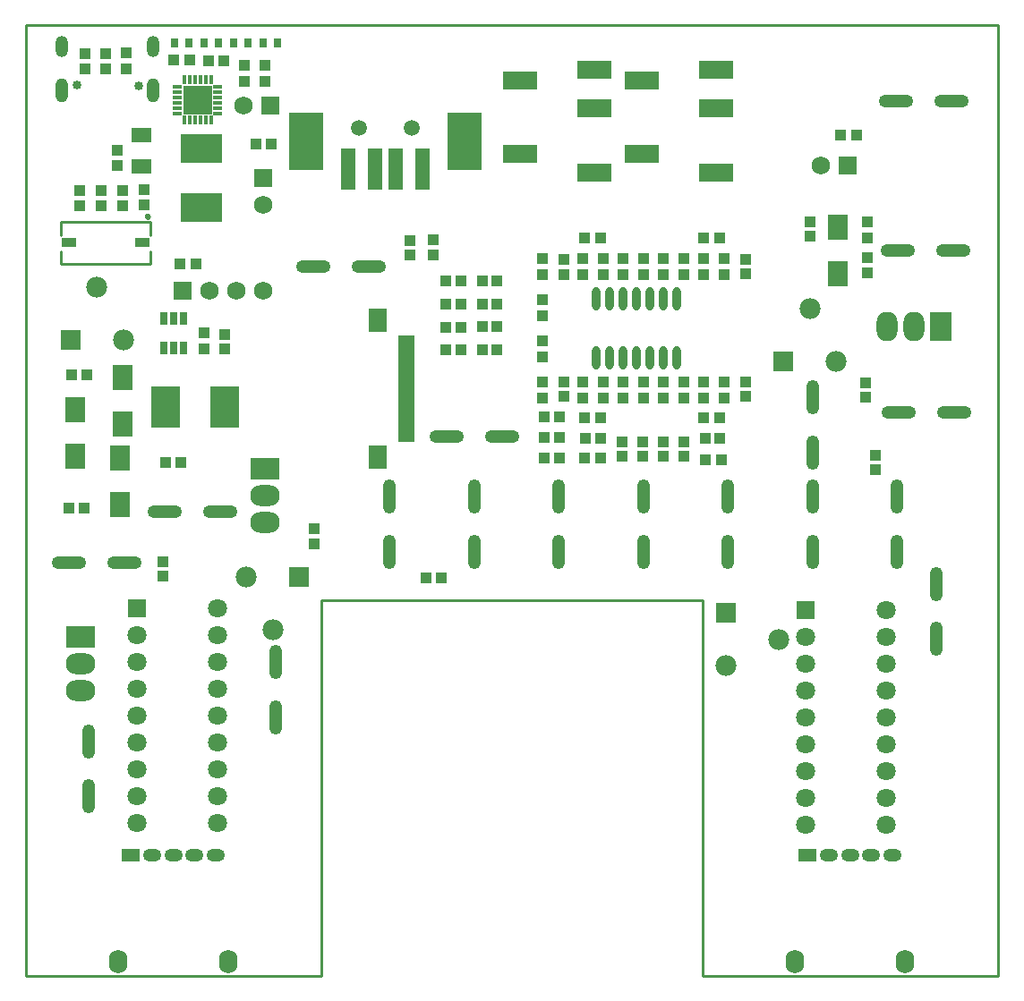
<source format=gts>
G04*
G04 #@! TF.GenerationSoftware,Altium Limited,Altium Designer,20.2.6 (244)*
G04*
G04 Layer_Color=8388736*
%FSLAX24Y24*%
%MOIN*%
G70*
G04*
G04 #@! TF.SameCoordinates,FA5C595E-BAF6-4CA8-81BB-533EFFED9D24*
G04*
G04*
G04 #@! TF.FilePolarity,Negative*
G04*
G01*
G75*
%ADD11C,0.0100*%
%ADD42R,0.1084X0.1084*%
%ADD43R,0.0322X0.0170*%
%ADD44R,0.0170X0.0322*%
%ADD45R,0.1261X0.2167*%
%ADD46R,0.0552X0.1576*%
%ADD47O,0.1280X0.0480*%
%ADD48O,0.0480X0.1280*%
%ADD49R,0.1280X0.0680*%
%ADD50R,0.0395X0.0434*%
%ADD51R,0.0434X0.0395*%
%ADD52R,0.0420X0.0398*%
%ADD53R,0.0280X0.0380*%
%ADD54R,0.0398X0.0420*%
%ADD55R,0.0749X0.0940*%
%ADD56R,0.0580X0.0380*%
%ADD57R,0.1576X0.1064*%
%ADD58R,0.0750X0.0555*%
%ADD59R,0.1064X0.1576*%
%ADD60R,0.0297X0.0474*%
%ADD61R,0.0592X0.0198*%
%ADD62R,0.0710X0.0867*%
%ADD63O,0.0306X0.0882*%
%ADD64C,0.0336*%
%ADD65O,0.0474X0.0907*%
%ADD66O,0.0474X0.0789*%
%ADD67C,0.0592*%
%ADD68C,0.0710*%
%ADD69R,0.0710X0.0710*%
%ADD70C,0.0780*%
%ADD71R,0.0780X0.0780*%
%ADD72R,0.0780X0.0780*%
%ADD73O,0.0680X0.0880*%
%ADD74O,0.0680X0.0480*%
%ADD75R,0.0680X0.0480*%
%ADD76O,0.0789X0.1104*%
%ADD77R,0.0789X0.1104*%
%ADD78R,0.0680X0.0680*%
%ADD79C,0.0680*%
%ADD80O,0.1104X0.0789*%
%ADD81R,0.1104X0.0789*%
%ADD82R,0.0680X0.0680*%
D11*
X20921Y34850D02*
G03*
X20921Y34850I-71J0D01*
G01*
X41520Y6570D02*
Y20570D01*
X27300D02*
X41520D01*
X17600Y34650D02*
X20950D01*
X17600Y33100D02*
X20950D01*
X17600Y33125D02*
Y33575D01*
Y34175D02*
Y34625D01*
X20950Y34175D02*
Y34625D01*
Y33125D02*
Y33575D01*
X27300Y6570D02*
Y20570D01*
X41520Y6570D02*
X52520D01*
X16300D02*
X27300D01*
X16300D02*
Y42000D01*
X52520Y6570D02*
Y42000D01*
X16300D02*
X52520D01*
D42*
X22700Y39200D02*
D03*
D43*
X23451Y39692D02*
D03*
Y39495D02*
D03*
Y39298D02*
D03*
Y39102D02*
D03*
Y38905D02*
D03*
Y38708D02*
D03*
X21949D02*
D03*
Y38905D02*
D03*
Y39102D02*
D03*
Y39298D02*
D03*
Y39495D02*
D03*
Y39692D02*
D03*
D44*
X23192Y38449D02*
D03*
X22995D02*
D03*
X22798D02*
D03*
X22602D02*
D03*
X22405D02*
D03*
X22208D02*
D03*
Y39951D02*
D03*
X22405D02*
D03*
X22602D02*
D03*
X22798D02*
D03*
X22995D02*
D03*
X23192D02*
D03*
D45*
X26731Y37657D02*
D03*
X32637Y37657D02*
D03*
D46*
X31064Y36633D02*
D03*
X30080D02*
D03*
X29292D02*
D03*
X28308Y36633D02*
D03*
D47*
X50830Y33600D02*
D03*
X48770D02*
D03*
X48820Y27550D02*
D03*
X50880D02*
D03*
X48700Y39150D02*
D03*
X50760D02*
D03*
X27020Y33000D02*
D03*
X29080D02*
D03*
X17920Y21950D02*
D03*
X19980D02*
D03*
X23530Y23850D02*
D03*
X21470D02*
D03*
X31970Y26650D02*
D03*
X34030D02*
D03*
D48*
X25600Y16190D02*
D03*
Y18250D02*
D03*
X50200Y19120D02*
D03*
Y21180D02*
D03*
X39300Y24430D02*
D03*
Y22370D02*
D03*
X42450Y24430D02*
D03*
Y22370D02*
D03*
X36150D02*
D03*
Y24430D02*
D03*
X45600D02*
D03*
Y22370D02*
D03*
X48750Y24430D02*
D03*
Y22370D02*
D03*
X33000D02*
D03*
Y24430D02*
D03*
X18650Y13250D02*
D03*
Y15310D02*
D03*
X29850Y24430D02*
D03*
Y22370D02*
D03*
X45600Y28130D02*
D03*
Y26070D02*
D03*
D49*
X42000Y40333D02*
D03*
X39250Y39934D02*
D03*
X42000Y38914D02*
D03*
Y36514D02*
D03*
X39250Y37183D02*
D03*
X34725D02*
D03*
X37475Y36514D02*
D03*
Y38914D02*
D03*
X34725Y39934D02*
D03*
X37475Y40333D02*
D03*
D50*
X32507Y30744D02*
D03*
X31956D02*
D03*
X31950Y29894D02*
D03*
X32501D02*
D03*
X31776Y21400D02*
D03*
X31224D02*
D03*
X25426Y37550D02*
D03*
X24874D02*
D03*
X23124Y40650D02*
D03*
X23676D02*
D03*
X18576Y28950D02*
D03*
X18024D02*
D03*
X17924Y24000D02*
D03*
X18476D02*
D03*
X21524Y25700D02*
D03*
X22076D02*
D03*
X35624Y26625D02*
D03*
X36176D02*
D03*
X35624Y27400D02*
D03*
X36176D02*
D03*
X37152Y26600D02*
D03*
X37704D02*
D03*
X35624Y25850D02*
D03*
X36176D02*
D03*
X42147Y26600D02*
D03*
X41596D02*
D03*
X33299Y31604D02*
D03*
X33850D02*
D03*
X33299Y29900D02*
D03*
X33850D02*
D03*
X33844Y32458D02*
D03*
X33293D02*
D03*
X33299Y30752D02*
D03*
X33850D02*
D03*
X31956Y31596D02*
D03*
X32507D02*
D03*
X32501Y32450D02*
D03*
X31950D02*
D03*
D51*
X40800Y25924D02*
D03*
Y26476D02*
D03*
X47950Y25424D02*
D03*
Y25976D02*
D03*
X38500Y25924D02*
D03*
Y26476D02*
D03*
X19100Y35826D02*
D03*
Y35274D02*
D03*
X45500Y34676D02*
D03*
Y34124D02*
D03*
X47578Y28127D02*
D03*
Y28678D02*
D03*
X31459Y33991D02*
D03*
Y33440D02*
D03*
X30600Y33976D02*
D03*
Y33424D02*
D03*
X21400Y21449D02*
D03*
Y22000D02*
D03*
X18500Y40374D02*
D03*
Y40926D02*
D03*
X19284D02*
D03*
Y40374D02*
D03*
X27050Y23226D02*
D03*
Y22674D02*
D03*
X19900Y35826D02*
D03*
Y35274D02*
D03*
X19700Y37326D02*
D03*
Y36774D02*
D03*
X18300Y35826D02*
D03*
Y35274D02*
D03*
X20700Y35300D02*
D03*
Y35851D02*
D03*
X23700Y30476D02*
D03*
Y29924D02*
D03*
X40033Y26476D02*
D03*
Y25924D02*
D03*
X39267Y26476D02*
D03*
Y25924D02*
D03*
X36342Y32703D02*
D03*
Y33254D02*
D03*
X36342Y28152D02*
D03*
Y28704D02*
D03*
X43100Y32724D02*
D03*
Y33276D02*
D03*
Y28152D02*
D03*
Y28704D02*
D03*
D52*
X35550Y29637D02*
D03*
Y30230D02*
D03*
X47650Y33347D02*
D03*
Y32753D02*
D03*
Y34057D02*
D03*
Y34650D02*
D03*
X25200Y40497D02*
D03*
Y39903D02*
D03*
X24450Y40497D02*
D03*
Y39903D02*
D03*
X20050Y40381D02*
D03*
Y40975D02*
D03*
X22950Y30525D02*
D03*
Y29931D02*
D03*
X39300Y32703D02*
D03*
Y33297D02*
D03*
X37800D02*
D03*
Y32703D02*
D03*
X37052Y28103D02*
D03*
Y28697D02*
D03*
X39304D02*
D03*
Y28103D02*
D03*
X35550Y28697D02*
D03*
Y28103D02*
D03*
Y31763D02*
D03*
Y31170D02*
D03*
X37050Y32703D02*
D03*
Y33297D02*
D03*
X37803Y28103D02*
D03*
Y28697D02*
D03*
X38550Y32703D02*
D03*
Y33297D02*
D03*
X38553Y28103D02*
D03*
Y28697D02*
D03*
X40050Y32703D02*
D03*
Y33297D02*
D03*
X40806Y28103D02*
D03*
Y28697D02*
D03*
X40800Y32703D02*
D03*
Y33297D02*
D03*
X41557Y28103D02*
D03*
Y28697D02*
D03*
X35550Y33297D02*
D03*
Y32703D02*
D03*
X42300Y33297D02*
D03*
Y32703D02*
D03*
X41550D02*
D03*
Y33297D02*
D03*
X42308Y28697D02*
D03*
Y28103D02*
D03*
X40055D02*
D03*
Y28697D02*
D03*
D53*
X25670Y41325D02*
D03*
X25130D02*
D03*
X24570D02*
D03*
X24030D02*
D03*
X23470D02*
D03*
X22930D02*
D03*
X22370D02*
D03*
X21830D02*
D03*
D54*
X46653Y37900D02*
D03*
X47247D02*
D03*
X22647Y33100D02*
D03*
X22053D02*
D03*
X21803Y40692D02*
D03*
X22397D02*
D03*
X37103Y34050D02*
D03*
X37697D02*
D03*
X37103Y27350D02*
D03*
X37697D02*
D03*
X42147D02*
D03*
X41553D02*
D03*
Y34050D02*
D03*
X42147D02*
D03*
X37697Y25850D02*
D03*
X37103D02*
D03*
X42197Y25800D02*
D03*
X41603D02*
D03*
D55*
X46550Y34466D02*
D03*
Y32734D02*
D03*
X18150Y27666D02*
D03*
Y25934D02*
D03*
X19900Y27134D02*
D03*
Y28866D02*
D03*
X19800Y24118D02*
D03*
Y25850D02*
D03*
D56*
X20656Y33900D02*
D03*
X17900D02*
D03*
D57*
X22850Y35198D02*
D03*
Y37402D02*
D03*
D58*
X20600Y37882D02*
D03*
Y36718D02*
D03*
D59*
X21498Y27750D02*
D03*
X23702D02*
D03*
D60*
X22174Y31051D02*
D03*
X21800D02*
D03*
X21426D02*
D03*
Y29949D02*
D03*
X21800D02*
D03*
X22174D02*
D03*
D61*
X30477Y26579D02*
D03*
Y26776D02*
D03*
Y26973D02*
D03*
Y27170D02*
D03*
Y27366D02*
D03*
Y27563D02*
D03*
Y27760D02*
D03*
Y27957D02*
D03*
Y28154D02*
D03*
Y28351D02*
D03*
Y28548D02*
D03*
Y28744D02*
D03*
Y28941D02*
D03*
Y29138D02*
D03*
Y29335D02*
D03*
Y29532D02*
D03*
Y29729D02*
D03*
Y29926D02*
D03*
Y30122D02*
D03*
Y30319D02*
D03*
D62*
X29423Y30989D02*
D03*
Y25911D02*
D03*
D63*
X37550Y29610D02*
D03*
X38050D02*
D03*
X38550D02*
D03*
X39050D02*
D03*
X39550D02*
D03*
X40050D02*
D03*
X40550D02*
D03*
X37550Y31790D02*
D03*
X38050D02*
D03*
X38550D02*
D03*
X39050D02*
D03*
X39550D02*
D03*
X40050D02*
D03*
X40550D02*
D03*
D64*
X18208Y39752D02*
D03*
X20492Y39748D02*
D03*
D65*
X17649Y39555D02*
D03*
X21051D02*
D03*
D66*
X17649Y41189D02*
D03*
X21051D02*
D03*
D67*
X28700Y38169D02*
D03*
X30668D02*
D03*
D68*
X48350Y18200D02*
D03*
Y17200D02*
D03*
Y16200D02*
D03*
Y15200D02*
D03*
Y14200D02*
D03*
Y13200D02*
D03*
Y12200D02*
D03*
X45350D02*
D03*
X48350Y19200D02*
D03*
Y20200D02*
D03*
X45350Y13200D02*
D03*
Y14200D02*
D03*
Y15200D02*
D03*
Y16200D02*
D03*
Y17200D02*
D03*
Y18200D02*
D03*
Y19200D02*
D03*
X23450Y18250D02*
D03*
Y17250D02*
D03*
Y16250D02*
D03*
Y15250D02*
D03*
Y14250D02*
D03*
Y13250D02*
D03*
Y12250D02*
D03*
X20450D02*
D03*
X23450Y19250D02*
D03*
Y20250D02*
D03*
X20450Y13250D02*
D03*
Y14250D02*
D03*
Y15250D02*
D03*
Y16250D02*
D03*
Y17250D02*
D03*
Y18250D02*
D03*
Y19250D02*
D03*
D69*
X45350Y20200D02*
D03*
X20450Y20250D02*
D03*
D70*
X25505Y19465D02*
D03*
X24515Y21435D02*
D03*
X44335Y19105D02*
D03*
X42365Y18115D02*
D03*
X46485Y29465D02*
D03*
X45495Y31435D02*
D03*
X19935Y30265D02*
D03*
X18945Y32235D02*
D03*
D71*
X26485Y21435D02*
D03*
X44515Y29465D02*
D03*
X17965Y30265D02*
D03*
D72*
X42365Y20085D02*
D03*
D73*
X23850Y7100D02*
D03*
X19750D02*
D03*
X44950D02*
D03*
X49050D02*
D03*
D74*
X23380Y11080D02*
D03*
X21010D02*
D03*
X21800D02*
D03*
X22590D02*
D03*
X47790D02*
D03*
X47000D02*
D03*
X46210D02*
D03*
X48580D02*
D03*
D75*
X20220D02*
D03*
X45420D02*
D03*
D76*
X49383Y30750D02*
D03*
X48383Y30754D02*
D03*
D77*
X50383Y30750D02*
D03*
D78*
X46900Y36750D02*
D03*
X25400Y39000D02*
D03*
X22150Y32100D02*
D03*
D79*
X45900Y36750D02*
D03*
X24400Y39000D02*
D03*
X24150Y32100D02*
D03*
X25150D02*
D03*
X23150D02*
D03*
X25150Y35300D02*
D03*
D80*
X18354Y18200D02*
D03*
X18350Y17200D02*
D03*
X25200Y24450D02*
D03*
X25196Y23450D02*
D03*
D81*
X18354Y19200D02*
D03*
X25200Y25450D02*
D03*
D82*
X25150Y36300D02*
D03*
M02*

</source>
